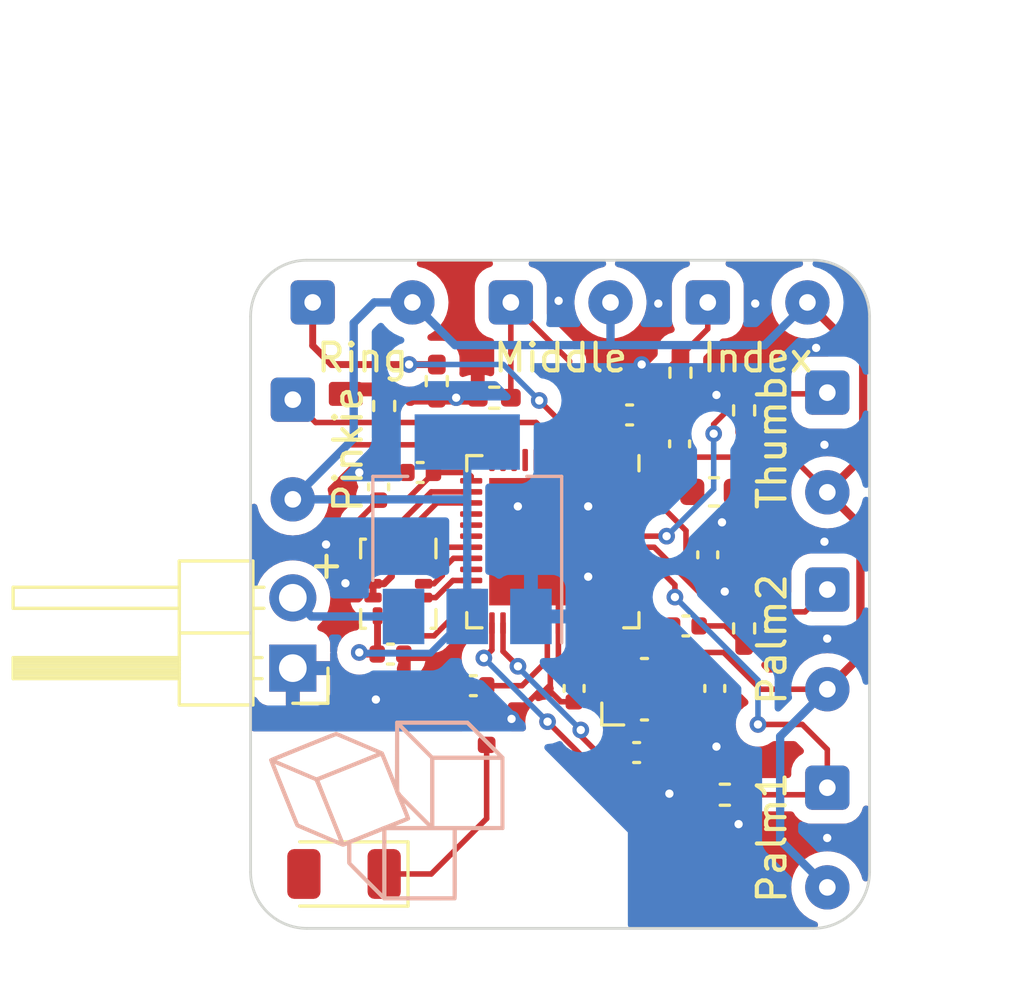
<source format=kicad_pcb>
(kicad_pcb (version 20221018) (generator pcbnew)
  (layers (0 "F.Cu" signal) (31 "B.Cu" signal) (34 "B.Paste" user) (35 "F.Paste" user) (36 "B.SilkS" user "B.Silkscreen") (37 "F.SilkS" user "F.Silkscreen") (38 "B.Mask" user) (39 "F.Mask" user) (44 "Edge.Cuts" user))
  (net 0 "")
  (net 1 "Net-(AE1-FEED)")
  (net 3 "GND")
  (net 4 "Net-(U1-DEC4)")
  (net 5 "Net-(U1-DEC3)")
  (net 6 "Net-(U1-DEC1)")
  (net 7 "Net-(U1-ANT)")
  (net 8 "Net-(U1-XC1)")
  (net 9 "Net-(U1-XC2)")
  (net 10 "Net-(J1-Pin_1)")
  (net 11 "Net-(J2-Pin_1)")
  (net 12 "Net-(J3-Pin_1)")
  (net 13 "Net-(J4-Pin_1)")
  (net 14 "Net-(J5-Pin_1)")
  (net 15 "Net-(J6-Pin_1)")
  (net 16 "Net-(J7-Pin_1)")
  (net 17 "Net-(J8-Pin_1)")
  (net 18 "Net-(J9-Pin_1)")
  (net 19 "Net-(L1-Pad1)")
  (net 20 "Net-(U1-DCC)")
  (net 28 "Net-(U1-P0.11)")
  (net 29 "Net-(U1-P0.12)")
  (net 30 "Net-(U1-P0.16)")
  (net 44 "+3V3")
  (net 47 "Net-(U1-P0.17)")
  (net 48 "Net-(U1-P0.19)")
  (net 50 "Net-(U1-P0.20)")
  (net 51 "Net-(J10-Pin_2)")
  (footprint "Resistor_SMD:R_0402_1005Metric_Pad0.72x0.64mm_HandSolder" (layer "F.Cu") (at 130.3 74.0975 90)
    (fp_text reference "R4")
    (fp_text value "10k")
    (pad "1" smd roundrect (at -0.5975 0 90) (size 0.715 0.64) (layers "F.Cu" "F.Paste" "F.Mask") (net 13 "Net-(J4-Pin_1)"))
    (pad "2" smd roundrect (at 0.5975 0 90) (size 0.715 0.64) (layers "F.Cu" "F.Paste" "F.Mask") (net 3 "GND"))
  )
  (footprint "Capacitor_SMD:C_0402_1005Metric" (layer "F.Cu") (at 140.97 75.466 90)
    (fp_text reference "C6")
    (fp_text value "100nF")
    (pad "1" smd roundrect (at -0.48 0 90) (size 0.56 0.62) (layers "F.Cu" "F.Paste" "F.Mask") (net 44 "+3V3"))
    (pad "2" smd roundrect (at 0.48 0 90) (size 0.56 0.62) (layers "F.Cu" "F.Paste" "F.Mask") (net 3 "GND"))
  )
  (footprint "Capacitor_SMD:C_0402_1005Metric" (layer "F.Cu") (at 130.528 83.058 180)
    (fp_text reference "C10")
    (fp_text value "100nF")
    (pad "1" smd roundrect (at -0.48 0 180) (size 0.56 0.62) (layers "F.Cu" "F.Paste" "F.Mask") (net 3 "GND"))
    (pad "2" smd roundrect (at 0.48 0 180) (size 0.56 0.62) (layers "F.Cu" "F.Paste" "F.Mask") (net 44 "+3V3"))
  )
  (footprint "Capacitor_SMD:C_0402_1005Metric" (layer "F.Cu") (at 131.6 76.5)
    (fp_text reference "C1")
    (fp_text value "100nF")
    (pad "1" smd roundrect (at -0.48 0) (size 0.56 0.62) (layers "F.Cu" "F.Paste" "F.Mask") (net 3 "GND"))
    (pad "2" smd roundrect (at 0.48 0) (size 0.56 0.62) (layers "F.Cu" "F.Paste" "F.Mask") (net 44 "+3V3"))
  )
  (footprint "Package_LGA:LGA-14_3x2.5mm_P0.5mm_LayoutBorder3x4y" (layer "F.Cu") (at 130.81 80.518 -90)
    (fp_text reference "U2")
    (fp_text value "LSM6DSR")
    (pad "1" smd roundrect (at -1.1625 -0.75 270) (size 0.625 0.35) (layers "F.Cu" "F.Paste" "F.Mask") (net 29 "Net-(U1-P0.12)"))
    (pad "2" smd roundrect (at -1.1625 -0.25 270) (size 0.625 0.35) (layers "F.Cu" "F.Paste" "F.Mask") (net 3 "GND"))
    (pad "3" smd roundrect (at -1.1625 0.25 270) (size 0.625 0.35) (layers "F.Cu" "F.Paste" "F.Mask") (net 3 "GND"))
    (pad "4" smd roundrect (at -1.1625 0.75 270) (size 0.625 0.35) (layers "F.Cu" "F.Paste" "F.Mask") (net 28 "Net-(U1-P0.11)"))
    (pad "5" smd roundrect (at -0.5 0.9125 270) (size 0.35 0.625) (layers "F.Cu" "F.Paste" "F.Mask") (net 44 "+3V3"))
    (pad "6" smd roundrect (at 0 0.9125 270) (size 0.35 0.625) (layers "F.Cu" "F.Paste" "F.Mask") (net 3 "GND"))
    (pad "7" smd roundrect (at 0.5 0.9125 270) (size 0.35 0.625) (layers "F.Cu" "F.Paste" "F.Mask") (net 3 "GND"))
    (pad "8" smd roundrect (at 1.1625 0.75 270) (size 0.625 0.35) (layers "F.Cu" "F.Paste" "F.Mask") (net 44 "+3V3"))
    (pad "9" smd roundrect (at 1.1625 0.25 270) (size 0.625 0.35) (layers "F.Cu" "F.Paste" "F.Mask") (net 50 "Net-(U1-P0.20)"))
    (pad "10" smd roundrect (at 1.1625 -0.25 270) (size 0.625 0.35) (layers "F.Cu" "F.Paste" "F.Mask"))
    (pad "11" smd roundrect (at 1.1625 -0.75 270) (size 0.625 0.35) (layers "F.Cu" "F.Paste" "F.Mask"))
    (pad "12" smd roundrect (at 0.5 -0.9125 270) (size 0.35 0.625) (layers "F.Cu" "F.Paste" "F.Mask") (net 48 "Net-(U1-P0.19)"))
    (pad "13" smd roundrect (at 0 -0.9125 270) (size 0.35 0.625) (layers "F.Cu" "F.Paste" "F.Mask") (net 47 "Net-(U1-P0.17)"))
    (pad "14" smd roundrect (at -0.5 -0.9125 270) (size 0.35 0.625) (layers "F.Cu" "F.Paste" "F.Mask") (net 30 "Net-(U1-P0.16)"))
  )
  (footprint "Connector_Wire:SolderWire-0.1sqmm_1x02_P3.6mm_D0.4mm_OD1mm" (layer "F.Cu") (at 146.304 80.728 -90)
    (fp_text reference "J9")
    (fp_text value "Palm2" (at 1.8 2 90) (layer "F.SilkS"))
    (pad "1" thru_hole roundrect (at 0 0 270) (size 1.6 1.6) (drill 0.6) (layers "*.Cu" "*.Mask") (roundrect_rratio 0.15625) (net 18 "Net-(J9-Pin_1)"))
    (pad "2" thru_hole circle (at 3.6 0 270) (size 1.6 1.6) (drill 0.6) (layers "*.Cu" "*.Mask") (net 44 "+3V3"))
  )
  (footprint "Resistor_SMD:R_0402_1005Metric_Pad0.72x0.64mm_HandSolder" (layer "F.Cu") (at 143.3 74.2575 -90)
    (fp_text reference "R5")
    (fp_text value "10k")
    (pad "1" smd roundrect (at -0.5975 0 270) (size 0.715 0.64) (layers "F.Cu" "F.Paste" "F.Mask") (net 14 "Net-(J5-Pin_1)"))
    (pad "2" smd roundrect (at 0.5975 0 270) (size 0.715 0.64) (layers "F.Cu" "F.Paste" "F.Mask") (net 3 "GND"))
  )
  (footprint "Resistor_SMD:R_0402_1005Metric_Pad0.72x0.64mm_HandSolder" (layer "F.Cu") (at 143.3 82.1315 -90)
    (fp_text reference "R6")
    (fp_text value "10k")
    (pad "1" smd roundrect (at -0.5975 0 270) (size 0.715 0.64) (layers "F.Cu" "F.Paste" "F.Mask") (net 18 "Net-(J9-Pin_1)"))
    (pad "2" smd roundrect (at 0.5975 0 270) (size 0.715 0.64) (layers "F.Cu" "F.Paste" "F.Mask") (net 3 "GND"))
  )
  (footprint "Capacitor_SMD:C_0402_1005Metric" (layer "F.Cu") (at 141.986 79.474 -90)
    (fp_text reference "C2")
    (fp_text value "1uF")
    (pad "1" smd roundrect (at -0.48 0 270) (size 0.56 0.62) (layers "F.Cu" "F.Paste" "F.Mask") (net 3 "GND"))
    (pad "2" smd roundrect (at 0.48 0 270) (size 0.56 0.62) (layers "F.Cu" "F.Paste" "F.Mask") (net 4 "Net-(U1-DEC4)"))
  )
  (footprint "Inductor_SMD:L_0402_1005Metric" (layer "F.Cu") (at 134 85.852 90)
    (fp_text reference "L3")
    (fp_text value "3.9nH")
    (pad "1" smd roundrect (at -0.485 0 90) (size 0.59 0.64) (layers "F.Cu" "F.Paste" "F.Mask") (net 1 "Net-(AE1-FEED)"))
    (pad "2" smd roundrect (at 0.485 0 90) (size 0.59 0.64) (layers "F.Cu" "F.Paste" "F.Mask") (net 7 "Net-(U1-ANT)"))
  )
  (footprint "Connector_Wire:SolderWire-0.1sqmm_1x02_P3.6mm_D0.4mm_OD1mm" (layer "F.Cu") (at 134.874 70.358)
    (fp_text reference "J2")
    (fp_text value "Middle" (at 1.8 2) (layer "F.SilkS"))
    (pad "1" thru_hole roundrect (at 0 0) (size 1.6 1.6) (drill 0.6) (layers "*.Cu" "*.Mask") (roundrect_rratio 0.15625) (net 11 "Net-(J2-Pin_1)"))
    (pad "2" thru_hole circle (at 3.6 0) (size 1.6 1.6) (drill 0.6) (layers "*.Cu" "*.Mask") (net 44 "+3V3"))
  )
  (footprint "Capacitor_SMD:C_0402_1005Metric" (layer "F.Cu") (at 141.196 82.042)
    (fp_text reference "C5")
    (fp_text value "4.7uF")
    (pad "1" smd roundrect (at -0.48 0) (size 0.56 0.62) (layers "F.Cu" "F.Paste" "F.Mask") (net 44 "+3V3"))
    (pad "2" smd roundrect (at 0.48 0) (size 0.56 0.62) (layers "F.Cu" "F.Paste" "F.Mask") (net 3 "GND"))
  )
  (footprint "Crystal:Crystal_SMD_Abracon_ABM10-4Pin_2.5x2.0mm" (layer "F.Cu") (at 139.7 84.328 90)
    (fp_text reference "Y1")
    (fp_text value "ABM11-32.000MHZ-D2X-T3")
    (pad "1" smd rect (at -0.625 -0.825 90) (size 0.8 0.9) (layers "F.Cu" "F.Paste" "F.Mask") (net 8 "Net-(U1-XC1)"))
    (pad "2" smd rect (at -0.625 0.825 90) (size 0.8 0.9) (layers "F.Cu" "F.Paste" "F.Mask") (net 3 "GND"))
    (pad "3" smd rect (at 0.625 0.825 90) (size 0.8 0.9) (layers "F.Cu" "F.Paste" "F.Mask") (net 9 "Net-(U1-XC2)"))
    (pad "4" smd rect (at 0.625 -0.825 90) (size 0.8 0.9) (layers "F.Cu" "F.Paste" "F.Mask") (net 3 "GND"))
  )
  (footprint "Connector_Wire:SolderWire-0.1sqmm_1x02_P3.6mm_D0.4mm_OD1mm" (layer "F.Cu") (at 146.304 87.884 -90)
    (fp_text reference "J8")
    (fp_text value "Palm1" (at 1.8 2 90) (layer "F.SilkS"))
    (pad "1" thru_hole roundrect (at 0 0 270) (size 1.6 1.6) (drill 0.6) (layers "*.Cu" "*.Mask") (roundrect_rratio 0.15625) (net 17 "Net-(J8-Pin_1)"))
    (pad "2" thru_hole circle (at 3.6 0 270) (size 1.6 1.6) (drill 0.6) (layers "*.Cu" "*.Mask") (net 44 "+3V3"))
  )
  (footprint "Resistor_SMD:R_0402_1005Metric_Pad0.72x0.64mm_HandSolder" (layer "F.Cu") (at 134.2765 73.8 180)
    (fp_text reference "R2")
    (fp_text value "10k")
    (pad "1" smd roundrect (at -0.5975 0 180) (size 0.715 0.64) (layers "F.Cu" "F.Paste" "F.Mask") (net 11 "Net-(J2-Pin_1)"))
    (pad "2" smd roundrect (at 0.5975 0 180) (size 0.715 0.64) (layers "F.Cu" "F.Paste" "F.Mask") (net 3 "GND"))
  )
  (footprint "Capacitor_SMD:C_0402_1005Metric" (layer "F.Cu") (at 137.16 84.3 -90)
    (fp_text reference "C3")
    (fp_text value "100pF")
    (pad "1" smd roundrect (at -0.48 0 270) (size 0.56 0.62) (layers "F.Cu" "F.Paste" "F.Mask") (net 5 "Net-(U1-DEC3)"))
    (pad "2" smd roundrect (at 0.48 0 270) (size 0.56 0.62) (layers "F.Cu" "F.Paste" "F.Mask") (net 3 "GND"))
  )
  (footprint "Connector_Wire:SolderWire-0.1sqmm_1x02_P3.6mm_D0.4mm_OD1mm" (layer "F.Cu") (at 141.986 70.358)
    (fp_text reference "J1")
    (fp_text value "Index" (at 1.8 2) (layer "F.SilkS"))
    (pad "1" thru_hole roundrect (at 0 0) (size 1.6 1.6) (drill 0.6) (layers "*.Cu" "*.Mask") (roundrect_rratio 0.15625) (net 10 "Net-(J1-Pin_1)"))
    (pad "2" thru_hole circle (at 3.6 0) (size 1.6 1.6) (drill 0.6) (layers "*.Cu" "*.Mask") (net 44 "+3V3"))
  )
  (footprint "Capacitor_SMD:C_0402_1005Metric" (layer "F.Cu") (at 139.418 86.614)
    (fp_text reference "C8")
    (fp_text value "10pF")
    (pad "1" smd roundrect (at -0.48 0) (size 0.56 0.62) (layers "F.Cu" "F.Paste" "F.Mask") (net 8 "Net-(U1-XC1)"))
    (pad "2" smd roundrect (at 0.48 0) (size 0.56 0.62) (layers "F.Cu" "F.Paste" "F.Mask") (net 3 "GND"))
  )
  (footprint "RF_Antenna:Johanson_2450AT18x100" (layer "F.Cu") (at 128.85 91 180)
    (fp_text reference "AE1")
    (fp_text value "245DAT1BA100")
    (pad "1" smd roundrect (at -1.45 0 180) (size 1.2 1.8) (layers "F.Cu" "F.Paste" "F.Mask") (roundrect_rratio 0.2083333333) (net 1 "Net-(AE1-FEED)"))
    (pad "2" smd roundrect (at 1.45 0 180) (size 1.2 1.8) (layers "F.Cu" "F.Paste" "F.Mask") (roundrect_rratio 0.2083333333))
  )
  (footprint "Inductor_SMD:L_0402_1005Metric" (layer "F.Cu") (at 143.256 79.479 90)
    (fp_text reference "L2")
    (fp_text value "15nH")
    (pad "1" smd roundrect (at -0.485 0 90) (size 0.59 0.64) (layers "F.Cu" "F.Paste" "F.Mask") (net 4 "Net-(U1-DEC4)"))
    (pad "2" smd roundrect (at 0.485 0 90) (size 0.59 0.64) (layers "F.Cu" "F.Paste" "F.Mask") (net 19 "Net-(L1-Pad1)"))
  )
  (footprint "Connector_Wire:SolderWirePad_1x01_SMD_1x2mm" (layer "F.Cu") (at 142.6 91.3 180)
    (fp_text reference "J7")
    (fp_text value "SWDIO_Conn")
    (pad "1" smd roundrect (at 0 0 180) (size 1 2) (layers "F.Cu" "F.Paste" "F.Mask") (net 16 "Net-(J7-Pin_1)"))
  )
  (footprint "Connector_PinHeader_2.54mm:PinHeader_1x02_P2.54mm_Horizontal" (layer "F.Cu") (at 127 83.566 180)
    (fp_text reference "J10")
    (fp_text value "Conn_01x02")
    (pad "1" thru_hole rect (at 0 0 180) (size 1.7 1.7) (drill 1) (layers "*.Cu" "*.Mask") (net 3 "GND"))
    (pad "2" thru_hole oval (at 0 2.54 180) (size 1.7 1.7) (drill 1) (layers "*.Cu" "*.Mask") (net 51 "Net-(J10-Pin_2)"))
  )
  (footprint "Capacitor_SMD:C_0402_1005Metric" (layer "F.Cu") (at 139.164 74.422)
    (fp_text reference "C4")
    (fp_text value "100nF")
    (pad "1" smd roundrect (at -0.48 0) (size 0.56 0.62) (layers "F.Cu" "F.Paste" "F.Mask") (net 6 "Net-(U1-DEC1)"))
    (pad "2" smd roundrect (at 0.48 0) (size 0.56 0.62) (layers "F.Cu" "F.Paste" "F.Mask") (net 3 "GND"))
  )
  (footprint "Resistor_SMD:R_0402_1005Metric_Pad0.72x0.64mm_HandSolder" (layer "F.Cu") (at 141 72.8975 -90)
    (fp_text reference "R1")
    (fp_text value "10k")
    (pad "1" smd roundrect (at -0.5975 0 270) (size 0.715 0.64) (layers "F.Cu" "F.Paste" "F.Mask") (net 10 "Net-(J1-Pin_1)"))
    (pad "2" smd roundrect (at 0.5975 0 270) (size 0.715 0.64) (layers "F.Cu" "F.Paste" "F.Mask") (net 3 "GND"))
  )
  (footprint "Connector_Wire:SolderWire-0.1sqmm_1x02_P3.6mm_D0.4mm_OD1mm" (layer "F.Cu") (at 127 73.87 -90)
    (fp_text reference "J4")
    (fp_text value "Pinkie" (at 1.8 -2 90) (layer "F.SilkS"))
    (pad "1" thru_hole roundrect (at 0 0 270) (size 1.6 1.6) (drill 0.6) (layers "*.Cu" "*.Mask") (roundrect_rratio 0.15625) (net 13 "Net-(J4-Pin_1)"))
    (pad "2" thru_hole circle (at 3.6 0 270) (size 1.6 1.6) (drill 0.6) (layers "*.Cu" "*.Mask") (net 44 "+3V3"))
  )
  (footprint "Connector_Wire:SolderWirePad_1x01_SMD_1x2mm" (layer "F.Cu") (at 140.9 91.3 180)
    (fp_text reference "J6")
    (fp_text value "SWDCLK_Conn")
    (pad "1" smd roundrect (at 0 0 180) (size 1 2) (layers "F.Cu" "F.Paste" "F.Mask") (net 15 "Net-(J6-Pin_1)"))
  )
  (footprint "Capacitor_SMD:C_0402_1005Metric" (layer "F.Cu") (at 133.52 84.2 180)
    (fp_text reference "C7")
    (fp_text value "0.8pF")
    (pad "1" smd roundrect (at -0.48 0 180) (size 0.56 0.62) (layers "F.Cu" "F.Paste" "F.Mask") (net 7 "Net-(U1-ANT)"))
    (pad "2" smd roundrect (at 0.48 0 180) (size 0.56 0.62) (layers "F.Cu" "F.Paste" "F.Mask") (net 3 "GND"))
  )
  (footprint "Capacitor_SMD:C_0402_1005Metric" (layer "F.Cu") (at 130.1 77.02 90)
    (fp_text reference "C11")
    (fp_text value "100nF")
    (pad "1" smd roundrect (at -0.48 0 90) (size 0.56 0.62) (layers "F.Cu" "F.Paste" "F.Mask") (net 44 "+3V3"))
    (pad "2" smd roundrect (at 0.48 0 90) (size 0.56 0.62) (layers "F.Cu" "F.Paste" "F.Mask") (net 3 "GND"))
  )
  (footprint "Resistor_SMD:R_0402_1005Metric_Pad0.72x0.64mm_HandSolder" (layer "F.Cu") (at 132.2 73.2 -90)
    (fp_text reference "R3")
    (fp_text value "10k")
    (pad "1" smd roundrect (at -0.5975 0 270) (size 0.715 0.64) (layers "F.Cu" "F.Paste" "F.Mask") (net 12 "Net-(J3-Pin_1)"))
    (pad "2" smd roundrect (at 0.5975 0 270) (size 0.715 0.64) (layers "F.Cu" "F.Paste" "F.Mask") (net 3 "GND"))
  )
  (footprint "Connector_Wire:SolderWire-0.1sqmm_1x02_P3.6mm_D0.4mm_OD1mm" (layer "F.Cu") (at 146.304 73.616 -90)
    (fp_text reference "J5")
    (fp_text value "Thumb" (at 1.8 2 90) (layer "F.SilkS"))
    (pad "1" thru_hole roundrect (at 0 0 270) (size 1.6 1.6) (drill 0.6) (layers "*.Cu" "*.Mask") (roundrect_rratio 0.15625) (net 14 "Net-(J5-Pin_1)"))
    (pad "2" thru_hole circle (at 3.6 0 270) (size 1.6 1.6) (drill 0.6) (layers "*.Cu" "*.Mask") (net 44 "+3V3"))
  )
  (footprint "Connector_Wire:SolderWire-0.1sqmm_1x02_P3.6mm_D0.4mm_OD1mm" (layer "F.Cu") (at 127.718 70.358)
    (fp_text reference "J3")
    (fp_text value "Ring" (at 1.8 2) (layer "F.SilkS"))
    (pad "1" thru_hole roundrect (at 0 0) (size 1.6 1.6) (drill 0.6) (layers "*.Cu" "*.Mask") (roundrect_rratio 0.15625) (net 12 "Net-(J3-Pin_1)"))
    (pad "2" thru_hole circle (at 3.6 0) (size 1.6 1.6) (drill 0.6) (layers "*.Cu" "*.Mask") (net 44 "+3V3"))
  )
  (footprint "Package_DFN_QFN:QFN-48-1EP_6x6mm_P0.4mm_EP4.6x4.6mm" (layer "F.Cu") (at 136.392 79 -90)
    (fp_text reference "U1")
    (fp_text value "nRF52832-QFxx")
    (pad "1" smd roundrect (at -2.95 -2.2 270) (size 0.8 0.2) (layers "F.Cu" "F.Paste" "F.Mask") (net 6 "Net-(U1-DEC1)"))
    (pad "2" smd roundrect (at -2.95 -1.8 270) (size 0.8 0.2) (layers "F.Cu" "F.Paste" "F.Mask"))
    (pad "3" smd roundrect (at -2.95 -1.4 270) (size 0.8 0.2) (layers "F.Cu" "F.Paste" "F.Mask"))
    (pad "4" smd roundrect (at -2.95 -1 270) (size 0.8 0.2) (layers "F.Cu" "F.Paste" "F.Mask") (net 10 "Net-(J1-Pin_1)"))
    (pad "5" smd roundrect (at -2.95 -0.6 270) (size 0.8 0.2) (layers "F.Cu" "F.Paste" "F.Mask") (net 11 "Net-(J2-Pin_1)"))
    (pad "6" smd roundrect (at -2.95 -0.2 270) (size 0.8 0.2) (layers "F.Cu" "F.Paste" "F.Mask") (net 12 "Net-(J3-Pin_1)"))
    (pad "7" smd roundrect (at -2.95 0.2 270) (size 0.8 0.2) (layers "F.Cu" "F.Paste" "F.Mask") (net 13 "Net-(J4-Pin_1)"))
    (pad "8" smd roundrect (at -2.95 0.6 270) (size 0.8 0.2) (layers "F.Cu" "F.Paste" "F.Mask"))
    (pad "9" smd roundrect (at -2.95 1 270) (size 0.8 0.2) (layers "F.Cu" "F.Paste" "F.Mask"))
    (pad "10" smd roundrect (at -2.95 1.4 270) (size 0.8 0.2) (layers "F.Cu" "F.Paste" "F.Mask"))
    (pad "11" smd roundrect (at -2.95 1.8 270) (size 0.8 0.2) (layers "F.Cu" "F.Paste" "F.Mask"))
    (pad "12" smd roundrect (at -2.95 2.2 270) (size 0.8 0.2) (layers "F.Cu" "F.Paste" "F.Mask"))
    (pad "13" smd roundrect (at -2.2 2.95 270) (size 0.2 0.8) (layers "F.Cu" "F.Paste" "F.Mask") (net 44 "+3V3"))
    (pad "14" smd roundrect (at -1.8 2.95 270) (size 0.2 0.8) (layers "F.Cu" "F.Paste" "F.Mask") (net 28 "Net-(U1-P0.11)"))
    (pad "15" smd roundrect (at -1.4 2.95 270) (size 0.2 0.8) (layers "F.Cu" "F.Paste" "F.Mask") (net 29 "Net-(U1-P0.12)"))
    (pad "16" smd roundrect (at -1 2.95 270) (size 0.2 0.8) (layers "F.Cu" "F.Paste" "F.Mask"))
    (pad "17" smd roundrect (at -0.6 2.95 270) (size 0.2 0.8) (layers "F.Cu" "F.Paste" "F.Mask"))
    (pad "18" smd roundrect (at -0.2 2.95 270) (size 0.2 0.8) (layers "F.Cu" "F.Paste" "F.Mask"))
    (pad "19" smd roundrect (at 0.2 2.95 270) (size 0.2 0.8) (layers "F.Cu" "F.Paste" "F.Mask") (net 30 "Net-(U1-P0.16)"))
    (pad "20" smd roundrect (at 0.6 2.95 270) (size 0.2 0.8) (layers "F.Cu" "F.Paste" "F.Mask") (net 47 "Net-(U1-P0.17)"))
    (pad "21" smd roundrect (at 1 2.95 270) (size 0.2 0.8) (layers "F.Cu" "F.Paste" "F.Mask"))
    (pad "22" smd roundrect (at 1.4 2.95 270) (size 0.2 0.8) (layers "F.Cu" "F.Paste" "F.Mask") (net 48 "Net-(U1-P0.19)"))
    (pad "23" smd roundrect (at 1.8 2.95 270) (size 0.2 0.8) (layers "F.Cu" "F.Paste" "F.Mask") (net 50 "Net-(U1-P0.20)"))
    (pad "24" smd roundrect (at 2.2 2.95 270) (size 0.2 0.8) (layers "F.Cu" "F.Paste" "F.Mask"))
    (pad "25" smd roundrect (at 2.95 2.2 270) (size 0.8 0.2) (layers "F.Cu" "F.Paste" "F.Mask") (net 15 "Net-(J6-Pin_1)"))
    (pad "26" smd roundrect (at 2.95 1.8 270) (size 0.8 0.2) (layers "F.Cu" "F.Paste" "F.Mask") (net 16 "Net-(J7-Pin_1)"))
    (pad "27" smd roundrect (at 2.95 1.4 270) (size 0.8 0.2) (layers "F.Cu" "F.Paste" "F.Mask"))
    (pad "28" smd roundrect (at 2.95 1 270) (size 0.8 0.2) (layers "F.Cu" "F.Paste" "F.Mask"))
    (pad "29" smd roundrect (at 2.95 0.6 270) (size 0.8 0.2) (layers "F.Cu" "F.Paste" "F.Mask"))
    (pad "30" smd roundrect (at 2.95 0.2 270) (size 0.8 0.2) (layers "F.Cu" "F.Paste" "F.Mask") (net 7 "Net-(U1-ANT)"))
    (pad "31" smd roundrect (at 2.95 -0.2 270) (size 0.8 0.2) (layers "F.Cu" "F.Paste" "F.Mask") (net 3 "GND"))
    (pad "32" smd roundrect (at 2.95 -0.6 270) (size 0.8 0.2) (layers "F.Cu" "F.Paste" "F.Mask"))
    (pad "33" smd roundrect (at 2.95 -1 270) (size 0.8 0.2) (layers "F.Cu" "F.Paste" "F.Mask") (net 5 "Net-(U1-DEC3)"))
    (pad "34" smd roundrect (at 2.95 -1.4 270) (size 0.8 0.2) (layers "F.Cu" "F.Paste" "F.Mask") (net 8 "Net-(U1-XC1)"))
    (pad "35" smd roundrect (at 2.95 -1.8 270) (size 0.8 0.2) (layers "F.Cu" "F.Paste" "F.Mask") (net 9 "Net-(U1-XC2)"))
    (pad "36" smd roundrect (at 2.95 -2.2 270) (size 0.8 0.2) (layers "F.Cu" "F.Paste" "F.Mask") (net 44 "+3V3"))
    (pad "37" smd roundrect (at 2.2 -2.95 270) (size 0.2 0.8) (layers "F.Cu" "F.Paste" "F.Mask"))
    (pad "38" smd roundrect (at 1.8 -2.95 270) (size 0.2 0.8) (layers "F.Cu" "F.Paste" "F.Mask"))
    (pad "39" smd roundrect (at 1.4 -2.95 270) (size 0.2 0.8) (layers "F.Cu" "F.Paste" "F.Mask"))
    (pad "40" smd roundrect (at 1 -2.95 270) (size 0.2 0.8) (layers "F.Cu" "F.Paste" "F.Mask"))
    (pad "41" smd roundrect (at 0.6 -2.95 270) (size 0.2 0.8) (layers "F.Cu" "F.Paste" "F.Mask") (net 17 "Net-(J8-Pin_1)"))
    (pad "42" smd roundrect (at 0.2 -2.95 270) (size 0.2 0.8) (layers "F.Cu" "F.Paste" "F.Mask") (net 18 "Net-(J9-Pin_1)"))
    (pad "43" smd roundrect (at -0.2 -2.95 270) (size 0.2 0.8) (layers "F.Cu" "F.Paste" "F.Mask") (net 14 "Net-(J5-Pin_1)"))
    (pad "44" smd roundrect (at -0.6 -2.95 270) (size 0.2 0.8) (layers "F.Cu" "F.Paste" "F.Mask"))
    (pad "45" smd roundrect (at -1 -2.95 270) (size 0.2 0.8) (layers "F.Cu" "F.Paste" "F.Mask") (net 3 "GND"))
    (pad "46" smd roundrect (at -1.4 -2.95 270) (size 0.2 0.8) (layers "F.Cu" "F.Paste" "F.Mask") (net 4 "Net-(U1-DEC4)"))
    (pad "47" smd roundrect (at -1.8 -2.95 270) (size 0.2 0.8) (layers "F.Cu" "F.Paste" "F.Mask") (net 20 "Net-(U1-DCC)"))
    (pad "48" smd roundrect (at -2.2 -2.95 270) (size 0.2 0.8) (layers "F.Cu" "F.Paste" "F.Mask") (net 44 "+3V3"))
    (pad "49" smd rect (at 0 0 270) (size 4.6 4.6) (layers "F.Cu" "F.Mask") (net 3 "GND"))
  )
  (footprint "Resistor_SMD:R_0402_1005Metric_Pad0.72x0.64mm_HandSolder" (layer "F.Cu") (at 142.6025 88.138 180)
    (fp_text reference "R7")
    (fp_text value "10k")
    (pad "1" smd roundrect (at -0.5975 0 180) (size 0.715 0.64) (layers "F.Cu" "F.Paste" "F.Mask") (net 17 "Net-(J8-Pin_1)"))
    (pad "2" smd roundrect (at 0.5975 0 180) (size 0.715 0.64) (layers "F.Cu" "F.Paste" "F.Mask") (net 3 "GND"))
  )
  (footprint "Capacitor_SMD:C_0402_1005Metric" (layer "F.Cu") (at 142.24 84.3 -90)
    (fp_text reference "C9")
    (fp_text value "10pF")
    (pad "1" smd roundrect (at -0.48 0 270) (size 0.56 0.62) (layers "F.Cu" "F.Paste" "F.Mask") (net 9 "Net-(U1-XC2)"))
    (pad "2" smd roundrect (at 0.48 0 270) (size 0.56 0.62) (layers "F.Cu" "F.Paste" "F.Mask") (net 3 "GND"))
  )
  (footprint "Inductor_SMD:L_0603_1608Metric" (layer "F.Cu") (at 142.2125 77.2 180)
    (fp_text reference "L1")
    (fp_text value "10uH")
    (pad "1" smd roundrect (at -0.7875 0 180) (size 0.875 0.95) (layers "F.Cu" "F.Paste" "F.Mask") (net 19 "Net-(L1-Pad1)"))
    (pad "2" smd roundrect (at 0.7875 0 180) (size 0.875 0.95) (layers "F.Cu" "F.Paste" "F.Mask") (net 20 "Net-(U1-DCC)"))
  )
  (footprint "Package_TO_SOT_SMD:SOT-223-3_TabPin2" (layer "B.Cu") (at 133.3 78.55 90)
    (fp_text reference "U3")
    (fp_text value "LD1117S33TR_SOT223")
    (pad "1" smd rect (at -3.15 2.3 90) (size 2 1.5) (layers "B.Cu" "B.Paste" "B.Mask") (net 3 "GND"))
    (pad "2" smd rect (at -3.15 0 90) (size 2 1.5) (layers "B.Cu" "B.Paste" "B.Mask") (net 44 "+3V3"))
    (pad "2" smd rect (at 3.15 0 90) (size 2 3.8) (layers "B.Cu" "B.Paste" "B.Mask") (net 44 "+3V3"))
    (pad "3" smd rect (at -3.15 -2.3 90) (size 2 1.5) (layers "B.Cu" "B.Paste" "B.Mask") (net 51 "Net-(J10-Pin_2)"))
  )
  (footprint "pressure:Blocks" (layer "B.Cu") (at 130.65 88.17 180)
    (fp_text reference "G***" hide)
    (fp_text value "LOGO" hide)
  )
  (gr_arc (start 127.508 92.964) (mid 126.071159 92.368841) (end 125.476 90.932) (stroke (width 0.1)) (layer "Edge.Cuts"))
  (gr_arc (start 147.828 90.932) (mid 147.232841 92.368841) (end 145.796 92.964) (stroke (width 0.1)) (layer "Edge.Cuts"))
  (gr_arc (start 145.796 68.834) (mid 147.232841 69.429159) (end 147.828 70.866) (stroke (width 0.1)) (layer "Edge.Cuts"))
  (gr_line (start 147.828 90.932) (end 147.828 70.866) (stroke (width 0.1)) (layer "Edge.Cuts"))
  (gr_line (start 145.796 68.834) (end 127.508 68.834) (stroke (width 0.1)) (layer "Edge.Cuts"))
  (gr_line (start 125.476 70.866) (end 125.476 90.932) (stroke (width 0.1)) (layer "Edge.Cuts"))
  (gr_line (start 127.508 92.964) (end 145.796 92.964) (stroke (width 0.1)) (layer "Edge.Cuts"))
  (gr_arc (start 125.476 70.866) (mid 126.071159 69.429159) (end 127.508 68.834) (stroke (width 0.1)) (layer "Edge.Cuts"))
  (gr_text "+" (at 127.5 80.4) (layer "F.SilkS") (effects (font (size 1 1)) (justify left bottom)))
  (segment (start 132 91) (end 130.3 91) (width 0.2) (layer "F.Cu") (net 1))
  (segment (start 134 86.337) (end 134 89) (width 0.2) (layer "F.Cu") (net 1))
  (segment (start 134 89) (end 132 91) (width 0.2) (layer "F.Cu") (net 1))
  (segment (start 138.975 83.703) (end 140.225 84.953) (width 0.3) (layer "F.Cu") (net 3))
  (segment (start 130.295788 80.518) (end 129.8975 80.518) (width 0.25) (layer "F.Cu") (net 3))
  (segment (start 130.56 80.253788) (end 130.295788 80.518) (width 0.25) (layer "F.Cu") (net 3))
  (segment (start 136.3 84.4) (end 136.68 84.78) (width 0.2) (layer "F.Cu") (net 3))
  (segment (start 136.592 81.95) (end 136.592 79.2) (width 0.2) (layer "F.Cu") (net 3))
  (segment (start 139.644 74.422) (end 140.406 74.422) (width 0.2) (layer "F.Cu") (net 3))
  (segment (start 142.6 80.8) (end 143.64296 80.8) (width 0.2) (layer "F.Cu") (net 3))
  (segment (start 136.68 84.78) (end 137.16 84.78) (width 0.2) (layer "F.Cu") (net 3))
  (segment (start 140.225 84.953) (end 140.525 84.953) (width 0.3) (layer "F.Cu") (net 3))
  (segment (start 140.97 74.986) (end 141.014 74.986) (width 0.2) (layer "F.Cu") (net 3))
  (segment (start 130.56 79.3555) (end 131.06 79.3555) (width 0.25) (layer "F.Cu") (net 3))
  (segment (start 136.592 83.451866) (end 136.3 83.743866) (width 0.2) (layer "F.Cu") (net 3))
  (segment (start 129.8975 80.518) (end 128.918 80.518) (width 0.25) (layer "F.Cu") (net 3))
  (segment (start 141.986 78.814) (end 142.5 78.3) (width 0.2) (layer "F.Cu") (net 3))
  (segment (start 140.406 74.422) (end 140.97 74.986) (width 0.2) (layer "F.Cu") (net 3))
  (segment (start 136.592 79.2) (end 136.392 79) (width 0.2) (layer "F.Cu") (net 3))
  (segment (start 145.44296 79) (end 146.2 79) (width 0.2) (layer "F.Cu") (net 3))
  (segment (start 142.613 82.042) (end 143.3 82.729) (width 0.2) (layer "F.Cu") (net 3))
  (segment (start 141.014 74.986) (end 142.3 73.7) (width 0.2) (layer "F.Cu") (net 3))
  (segment (start 143.64296 80.8) (end 145.44296 79) (width 0.2) (layer "F.Cu") (net 3))
  (segment (start 138.875 83.703) (end 138.975 83.703) (width 0.3) (layer "F.Cu") (net 3))
  (segment (start 141.676 82.042) (end 142.613 82.042) (width 0.2) (layer "F.Cu") (net 3))
  (segment (start 136.3 83.743866) (end 136.3 84.4) (width 0.2) (layer "F.Cu") (net 3))
  (segment (start 137.392 78) (end 136.392 79) (width 0.2) (layer "F.Cu") (net 3))
  (segment (start 136.592 81.95) (end 136.592 83.451866) (width 0.2) (layer "F.Cu") (net 3))
  (segment (start 137.668 77.724) (end 137.392 78) (width 0.2) (layer "F.Cu") (net 3))
  (segment (start 136.3 84.4) (end 135.9 84.4) (width 0.2) (layer "F.Cu") (net 3))
  (segment (start 141.986 78.994) (end 141.986 78.814) (width 0.2) (layer "F.Cu") (net 3))
  (segment (start 130.56 79.3555) (end 130.56 80.253788) (width 0.25) (layer "F.Cu") (net 3))
  (segment (start 139.342 78) (end 137.392 78) (width 0.2) (layer "F.Cu") (net 3))
  (segment (start 129.8975 81.018) (end 129.8975 80.518) (width 0.25) (layer "F.Cu") (net 3))
  (segment (start 135.9 84.4) (end 134.9 85.4) (width 0.2) (layer "F.Cu") (net 3))
  (segment (start 128.918 80.518) (end 128.9 80.5) (width 0.25) (layer "F.Cu") (net 3))
  (via (at 142.3 86.4) (size 0.6) (drill 0.3) (layers "F.Cu" "B.Cu") (net 3))
  (via (at 146.3 82.5) (size 0.6) (drill 0.3) (layers "F.Cu" "B.Cu") (net 3))
  (via (at 146.3 89.7) (size 0.6) (drill 0.3) (layers "F.Cu" "B.Cu") (net 3))
  (via (at 129.4 76.5) (size 0.6) (drill 0.3) (layers "F.Cu" "B.Cu") (net 3))
  (via (at 142.3 73.7) (size 0.6) (drill 0.3) (layers "F.Cu" "B.Cu") (net 3))
  (via (at 139.6 72.6) (size 0.6) (drill 0.3) (layers "F.Cu" "B.Cu") (net 3))
  (via (at 140.2 70.4) (size 0.6) (drill 0.3) (layers "F.Cu" "B.Cu") (net 3))
  (via (at 143.1 89.2) (size 0.6) (drill 0.3) (layers "F.Cu" "B.Cu") (net 3))
  (via (at 132.9 73.8) (size 0.6) (drill 0.3) (layers "F.Cu" "B.Cu") (net 3))
  (via (at 143.7 70.4) (size 0.6) (drill 0.3) (layers "F.Cu" "B.Cu") (net 3))
  (via (at 135.128 77.724) (size 0.6) (drill 0.3) (layers "F.Cu" "B.Cu") (net 3))
  (via (at 136.6 70.3) (size 0.6) (drill 0.3) (layers "F.Cu" "B.Cu") (net 3))
  (via (at 128.2 79.1) (size 0.6) (drill 0.3) (layers "F.Cu" "B.Cu") (net 3))
  (via (at 145.9 72) (size 0.6) (drill 0.3) (layers "F.Cu" "B.Cu") (net 3))
  (via (at 137.668 80.264) (size 0.6) (drill 0.3) (layers "F.Cu" "B.Cu") (net 3))
  (via (at 134.9 85.4) (size 0.6) (drill 0.3) (layers "F.Cu" "B.Cu") (net 3))
  (via (at 142.6 80.8) (size 0.6) (drill 0.3) (layers "F.Cu" "B.Cu") (net 3))
  (via (at 128.9 80.5) (size 0.6) (drill 0.3) (layers "F.Cu" "B.Cu") (net 3))
  (via (at 142.5 78.3) (size 0.6) (drill 0.3) (layers "F.Cu" "B.Cu") (net 3))
  (via (at 137.668 77.724) (size 0.6) (drill 0.3) (layers "F.Cu" "B.Cu") (net 3))
  (via (at 146.2 75.5) (size 0.6) (drill 0.3) (layers "F.Cu" "B.Cu") (net 3))
  (via (at 130 84.7) (size 0.6) (drill 0.3) (layers "F.Cu" "B.Cu") (net 3))
  (via (at 140.6 88.1) (size 0.6) (drill 0.3) (layers "F.Cu" "B.Cu") (net 3))
  (via (at 146.2 79) (size 0.6) (drill 0.3) (layers "F.Cu" "B.Cu") (net 3))
  (segment (start 143.256 79.964) (end 141.996 79.964) (width 0.25) (layer "F.Cu") (net 4))
  (segment (start 141.996 79.964) (end 141.986 79.954) (width 0.25) (layer "F.Cu") (net 4))
  (segment (start 141.454 79.954) (end 141.986 79.954) (width 0.2) (layer "F.Cu") (net 4))
  (segment (start 141.2 79.7) (end 141.454 79.954) (width 0.2) (layer "F.Cu") (net 4))
  (segment (start 140.2 77.6) (end 141.2 78.6) (width 0.2) (layer "F.Cu") (net 4))
  (segment (start 141.2 78.6) (end 141.2 79.7) (width 0.2) (layer "F.Cu") (net 4))
  (segment (start 139.342 77.6) (end 140.2 77.6) (width 0.2) (layer "F.Cu") (net 4))
  (segment (start 137.392 82.572) (end 137.16 82.804) (width 0.2) (layer "F.Cu") (net 5))
  (segment (start 137.16 82.804) (end 137.16 83.82) (width 0.2) (layer "F.Cu") (net 5))
  (segment (start 137.392 81.95) (end 137.392 82.572) (width 0.2) (layer "F.Cu") (net 5))
  (segment (start 138.592 76.05) (end 138.592 74.514) (width 0.2) (layer "F.Cu") (net 6))
  (segment (start 138.592 74.514) (end 138.684 74.422) (width 0.2) (layer "F.Cu") (net 6))
  (segment (start 136.192 81.95) (end 136.192 83.28618) (width 0.2) (layer "F.Cu") (net 7))
  (segment (start 136.192 83.28618) (end 135.27818 84.2) (width 0.2) (layer "F.Cu") (net 7))
  (segment (start 134 84.2) (end 134 85.367) (width 0.2) (layer "F.Cu") (net 7))
  (segment (start 135.27818 84.2) (end 134 84.2) (width 0.2) (layer "F.Cu") (net 7))
  (segment (start 137.792 84.52) (end 138.225 84.953) (width 0.2) (layer "F.Cu") (net 8))
  (segment (start 138.938 85.016) (end 138.875 84.953) (width 0.2) (layer "F.Cu") (net 8))
  (segment (start 137.792 81.95) (end 137.792 84.52) (width 0.2) (layer "F.Cu") (net 8))
  (segment (start 138.938 86.614) (end 138.938 85.016) (width 0.2) (layer "F.Cu") (net 8))
  (segment (start 138.225 84.953) (end 138.875 84.953) (width 0.2) (layer "F.Cu") (net 8))
  (segment (start 138.54964 82.804) (end 140.208 82.804) (width 0.2) (layer "F.Cu") (net 9))
  (segment (start 140.525 83.121) (end 140.525 83.703) (width 0.2) (layer "F.Cu") (net 9))
  (segment (start 138.192 82.44636) (end 138.54964 82.804) (width 0.2) (layer "F.Cu") (net 9))
  (segment (start 140.208 82.804) (end 140.525 83.121) (width 0.2) (layer "F.Cu") (net 9))
  (segment (start 138.192 81.95) (end 138.192 82.44636) (width 0.2) (layer "F.Cu") (net 9))
  (segment (start 142.24 83.82) (end 140.642 83.82) (width 0.2) (layer "F.Cu") (net 9))
  (segment (start 140.642 83.82) (end 140.525 83.703) (width 0.2) (layer "F.Cu") (net 9))
  (segment (start 141 72.3) (end 139.7 73.6) (width 0.2) (layer "F.Cu") (net 10))
  (segment (start 137.392 76.05) (end 137.392 74.408) (width 0.2) (layer "F.Cu") (net 10))
  (segment (start 141.986 71.314) (end 141 72.3) (width 0.2) (layer "F.Cu") (net 10))
  (segment (start 137.392 74.408) (end 138.2 73.6) (width 0.2) (layer "F.Cu") (net 10))
  (segment (start 141.986 70.358) (end 141.986 71.314) (width 0.2) (layer "F.Cu") (net 10))
  (segment (start 139.7 73.6) (end 138.2 73.6) (width 0.2) (layer "F.Cu") (net 10))
  (segment (start 136.992 76.05) (end 136.992 72.476) (width 0.2) (layer "F.Cu") (net 11))
  (segment (start 134.874 73.8) (end 134.874 70.358) (width 0.2) (layer "F.Cu") (net 11))
  (segment (start 136.992 72.476) (end 134.874 70.358) (width 0.2) (layer "F.Cu") (net 11))
  (segment (start 136.592 76.05) (end 136.592 74.592) (width 0.2) (layer "F.Cu") (net 12))
  (segment (start 128.4025 72.6025) (end 132.2 72.6025) (width 0.25) (layer "F.Cu") (net 12))
  (segment (start 127.718 71.918) (end 128.4025 72.6025) (width 0.25) (layer "F.Cu") (net 12))
  (segment (start 136.592 74.592) (end 135.9 73.9) (width 0.2) (layer "F.Cu") (net 12))
  (segment (start 127.718 70.358) (end 127.718 71.918) (width 0.25) (layer "F.Cu") (net 12))
  (via (at 131.2 72.6) (size 0.6) (drill 0.3) (layers "F.Cu" "B.Cu") (net 12))
  (via (at 135.9 73.9) (size 0.6) (drill 0.3) (layers "F.Cu" "B.Cu") (net 12))
  (segment (start 134.6 72.6) (end 131.2 72.6) (width 0.2) (layer "B.Cu") (net 12))
  (segment (start 135.9 73.9) (end 134.6 72.6) (width 0.2) (layer "B.Cu") (net 12))
  (segment (start 127.825 74.695) (end 127 73.87) (width 0.2) (layer "F.Cu") (net 13))
  (segment (start 135.787 74.695) (end 136.192 75.1) (width 0.2) (layer "F.Cu") (net 13))
  (segment (start 130.3 74.695) (end 135.787 74.695) (width 0.2) (layer "F.Cu") (net 13))
  (segment (start 130.3 74.695) (end 127.825 74.695) (width 0.2) (layer "F.Cu") (net 13))
  (segment (start 136.192 76.05) (end 136.192 75.1) (width 0.2) (layer "F.Cu") (net 13))
  (segment (start 143.3 73.66) (end 146.26 73.66) (width 0.2) (layer "F.Cu") (net 14))
  (segment (start 139.342 78.8) (end 140.5 78.8) (width 0.2) (layer "F.Cu") (net 14))
  (segment (start 143.3 73.66) (end 142.2 74.76) (width 0.2) (layer "F.Cu") (net 14))
  (segment (start 142.2 74.76) (end 142.2 75.1) (width 0.2) (layer "F.Cu") (net 14))
  (segment (start 146.26 73.66) (end 146.304 73.616) (width 0.2) (layer "F.Cu") (net 14))
  (via (at 142.2 75.1) (size 0.6) (drill 0.3) (layers "F.Cu" "B.Cu") (net 14))
  (via (at 140.5 78.8) (size 0.6) (drill 0.3) (layers "F.Cu" "B.Cu") (net 14))
  (segment (start 140.5 78.8) (end 142.2 77.1) (width 0.2) (layer "B.Cu") (net 14))
  (segment (start 142.2 77.1) (end 142.2 75.1) (width 0.2) (layer "B.Cu") (net 14))
  (segment (start 134.192 82.908002) (end 133.9 83.200002) (width 0.2) (layer "F.Cu") (net 15))
  (segment (start 140.9 90.2) (end 140.9 91.3) (width 0.2) (layer "F.Cu") (net 15))
  (segment (start 136.2 85.5) (end 140.9 90.2) (width 0.2) (layer "F.Cu") (net 15))
  (segment (start 134.192 81.95) (end 134.192 82.908002) (width 0.2) (layer "F.Cu") (net 15))
  (via (at 136.2 85.5) (size 0.6) (drill 0.3) (layers "F.Cu" "B.Cu") (net 15))
  (via (at 133.9 83.200002) (size 0.6) (drill 0.3) (layers "F.Cu" "B.Cu") (net 15))
  (segment (start 133.9 83.200002) (end 135.3 84.6) (width 0.2) (layer "B.Cu") (net 15))
  (segment (start 135.3 84.6) (end 136.2 85.5) (width 0.2) (layer "B.Cu") (net 15))
  (segment (start 142.6 89.8) (end 142.6 91.3) (width 0.2) (layer "F.Cu") (net 16))
  (segment (start 140.387866 89) (end 141.8 89) (width 0.2) (layer "F.Cu") (net 16))
  (segment (start 134.592 81.95) (end 134.592 82.961021) (width 0.2) (layer "F.Cu") (net 16))
  (segment (start 137.4 86.012134) (end 140.387866 89) (width 0.2) (layer "F.Cu") (net 16))
  (segment (start 137.4 85.8) (end 137.4 86.012134) (width 0.2) (layer "F.Cu") (net 16))
  (segment (start 134.592 82.961021) (end 135.13098 83.500001) (width 0.2) (layer "F.Cu") (net 16))
  (segment (start 141.8 89) (end 142.6 89.8) (width 0.2) (layer "F.Cu") (net 16))
  (via (at 137.4 85.8) (size 0.6) (drill 0.3) (layers "F.Cu" "B.Cu") (net 16))
  (via (at 135.13098 83.500001) (size 0.6) (drill 0.3) (layers "F.Cu" "B.Cu") (net 16))
  (segment (start 135.13098 83.500001) (end 135.13098 83.53098) (width 0.2) (layer "B.Cu") (net 16))
  (segment (start 135.13098 83.53098) (end 137.4 85.8) (width 0.2) (layer "B.Cu") (net 16))
  (segment (start 140.8 80.56164) (end 140.8 81) (width 0.2) (layer "F.Cu") (net 17))
  (segment (start 143.2 88.138) (end 146.05 88.138) (width 0.2) (layer "F.Cu") (net 17))
  (segment (start 145.4 85.6) (end 146.304 86.504) (width 0.2) (layer "F.Cu") (net 17))
  (segment (start 146.05 88.138) (end 146.304 87.884) (width 0.2) (layer "F.Cu") (net 17))
  (segment (start 139.83836 79.6) (end 140.8 80.56164) (width 0.2) (layer "F.Cu") (net 17))
  (segment (start 139.342 79.6) (end 139.83836 79.6) (width 0.2) (layer "F.Cu") (net 17))
  (segment (start 143.8 85.6) (end 145.4 85.6) (width 0.2) (layer "F.Cu") (net 17))
  (segment (start 146.304 86.504) (end 146.304 87.884) (width 0.2) (layer "F.Cu") (net 17))
  (via (at 140.8 81) (size 0.6) (drill 0.3) (layers "F.Cu" "B.Cu") (net 17))
  (via (at 143.8 85.6) (size 0.6) (drill 0.3) (layers "F.Cu" "B.Cu") (net 17))
  (segment (start 143.8 84) (end 143.8 85.6) (width 0.2) (layer "B.Cu") (net 17))
  (segment (start 140.8 81) (end 143.8 84) (width 0.2) (layer "B.Cu") (net 17))
  (segment (start 142.385471 81.534) (end 143.3 81.534) (width 0.2) (layer "F.Cu") (net 18))
  (segment (start 140.051471 79.2) (end 142.385471 81.534) (width 0.2) (layer "F.Cu") (net 18))
  (segment (start 139.342 79.2) (end 140.051471 79.2) (width 0.2) (layer "F.Cu") (net 18))
  (segment (start 143.3 81.534) (end 145.498 81.534) (width 0.2) (layer "F.Cu") (net 18))
  (segment (start 145.498 81.534) (end 146.304 80.728) (width 0.2) (layer "F.Cu") (net 18))
  (segment (start 143 77.9) (end 143.256 78.156) (width 0.2) (layer "F.Cu") (net 19))
  (segment (start 143 77.2) (end 143 77.9) (width 0.2) (layer "F.Cu") (net 19))
  (segment (start 143.256 78.156) (end 143.256 78.994) (width 0.2) (layer "F.Cu") (net 19))
  (segment (start 141.425 77.2) (end 139.342 77.2) (width 0.2) (layer "F.Cu") (net 20))
  (segment (start 130.4 78.4) (end 130.06 78.74) (width 0.2) (layer "F.Cu") (net 28))
  (segment (start 132 77.2) (end 130.8 78.4) (width 0.2) (layer "F.Cu") (net 28))
  (segment (start 133.442 77.2) (end 132 77.2) (width 0.2) (layer "F.Cu") (net 28))
  (segment (start 130.8 78.4) (end 130.4 78.4) (width 0.2) (layer "F.Cu") (net 28))
  (segment (start 130.06 78.74) (end 130.06 79.3555) (width 0.2) (layer "F.Cu") (net 28))
  (segment (start 131.56 78.24) (end 131.56 79.3555) (width 0.2) (layer "F.Cu") (net 29))
  (segment (start 133.442 77.6) (end 132.2 77.6) (width 0.2) (layer "F.Cu") (net 29))
  (segment (start 132.2 77.6) (end 131.56 78.24) (width 0.2) (layer "F.Cu") (net 29))
  (segment (start 132.578432 79.2) (end 131.760432 80.018) (width 0.2) (layer "F.Cu") (net 30))
  (segment (start 133.442 79.2) (end 132.578432 79.2) (width 0.2) (layer "F.Cu") (net 30))
  (segment (start 131.760432 80.018) (end 131.7225 80.018) (width 0.2) (layer "F.Cu") (net 30))
  (segment (start 140.716 82.042) (end 141.674 83) (width 0.2) (layer "F.Cu") (net 44))
  (segment (start 147.5 83.132) (end 147.5 78.412) (width 0.3) (layer "F.Cu") (net 44))
  (segment (start 129.3 79.9) (end 129.3 78.3) (width 0.2) (layer "F.Cu") (net 44))
  (segment (start 130.1 77.5) (end 131.1 77.5) (width 0.2) (layer "F.Cu") (net 44))
  (segment (start 129.418 80.018) (end 129.3 79.9) (width 0.2) (layer "F.Cu") (net 44))
  (segment (start 143.886528 84.328) (end 146.304 84.328) (width 0.2) (layer "F.Cu") (net 44))
  (segment (start 145.034 75.946) (end 146.304 77.216) (width 0.2) (layer "F.Cu") (net 44))
  (segment (start 132.1 75.9) (end 131.7 75.5) (width 0.2) (layer "F.Cu") (net 44))
  (segment (start 139.342 76.8) (end 140.116 76.8) (width 0.2) (layer "F.Cu") (net 44))
  (segment (start 131.1 77.5) (end 132.1 76.5) (width 0.2) (layer "F.Cu") (net 44))
  (segment (start 132.1 76.5) (end 132.1 75.9) (width 0.2) (layer "F.Cu") (net 44))
  (segment (start 133.442 76.642) (end 133.3 76.5) (width 0.2) (layer "F.Cu") (net 44))
  (segment (start 141.674 83) (end 142.558528 83) (width 0.2) (layer "F.Cu") (net 44))
  (segment (start 130.06 83.046) (end 130.048 83.058) (width 0.25) (layer "F.Cu") (net 44))
  (segment (start 129.458 83.058) (end 129.4 83) (width 0.25) (layer "F.Cu") (net 44))
  (segment (start 140.624 81.95) (end 140.716 82.042) (width 0.2) (layer "F.Cu") (net 44))
  (segment (start 133.442 76.8) (end 133.442 76.642) (width 0.2) (layer "F.Cu") (net 44))
  (segment (start 145.586 70.358) (end 147.6 72.372) (width 0.3) (layer "F.Cu") (net 44))
  (segment (start 140.97 75.946) (end 145.034 75.946) (width 0.2) (layer "F.Cu") (net 44))
  (segment (start 129.8975 80.018) (end 129.418 80.018) (width 0.2) (layer "F.Cu") (net 44))
  (segment (start 138.592 81.95) (end 140.624 81.95) (width 0.2) (layer "F.Cu") (net 44))
  (segment (start 147.5 78.412) (end 146.304 77.216) (width 0.3) (layer "F.Cu") (net 44))
  (segment (start 146.304 84.328) (end 147.5 83.132) (width 0.3) (layer "F.Cu") (net 44))
  (segment (start 133.3 76.5) (end 132.1 76.5) (width 0.2) (layer "F.Cu") (net 44))
  (segment (start 147.6 72.372) (end 147.6 75.92) (width 0.3) (layer "F.Cu") (net 44))
  (segment (start 142.558528 83) (end 143.886528 84.328) (width 0.2) (layer "F.Cu") (net 44))
  (segment (start 129.3 78.3) (end 130.1 77.5) (width 0.2) (layer "F.Cu") (net 44))
  (segment (start 140.116 76.8) (end 140.97 75.946) (width 0.2) (layer "F.Cu") (net 44))
  (segment (start 147.6 75.92) (end 146.304 77.216) (width 0.3) (layer "F.Cu") (net 44))
  (segment (start 130.06 81.6805) (end 130.06 83.046) (width 0.25) (layer "F.Cu") (net 44))
  (segment (start 130.048 83.058) (end 129.458 83.058) (width 0.25) (layer "F.Cu") (net 44))
  (segment (start 131.7 75.5) (end 128.97 75.5) (width 0.2) (layer "F.Cu") (net 44))
  (segment (start 128.97 75.5) (end 127 77.47) (width 0.2) (layer "F.Cu") (net 44))
  (via (at 129.4 83) (size 0.6) (drill 0.3) (layers "F.Cu" "B.Cu") (net 44))
  (segment (start 138.474 70.358) (end 138.474 71.874) (width 0.3) (layer "B.Cu") (net 44))
  (segment (start 144.6 89.78) (end 146.304 91.484) (width 0.3) (layer "B.Cu") (net 44))
  (segment (start 133.3 77.5) (end 133.3 75.4) (width 0.3) (layer "B.Cu") (net 44))
  (segment (start 138.474 71.874) (end 138.5 71.9) (width 0.3) (layer "B.Cu") (net 44))
  (segment (start 131.975 83.025) (end 133.3 81.7) (width 0.25) (layer "B.Cu") (net 44))
  (segment (start 132.86 71.9) (end 138.5 71.9) (width 0.3) (layer "B.Cu") (net 44))
  (segment (start 129.4 83) (end 129.425 83.025) (width 0.25) (layer "B.Cu") (net 44))
  (segment (start 129.2 71.1) (end 129.942 70.358) (width 0.3) (layer "B.Cu") (net 44))
  (segment (start 129.425 83.025) (end 131.975 83.025) (width 0.25) (layer "B.Cu") (net 44))
  (segment (start 129.942 70.358) (end 131.318 70.358) (width 0.3) (layer "B.Cu") (net 44))
  (segment (start 133.3 81.7) (end 133.3 77.5) (width 0.3) (layer "B.Cu") (net 44))
  (segment (start 144.6 89.78) (end 144.6 86.032) (width 0.3) (layer "B.Cu") (net 44))
  (segment (start 144.044 71.9) (end 145.586 70.358) (width 0.3) (layer "B.Cu") (net 44))
  (segment (start 127 77.47) (end 133.27 77.47) (width 0.3) (layer "B.Cu") (net 44))
  (segment (start 133.27 77.47) (end 133.3 77.5) (width 0.3) (layer "B.Cu") (net 44))
  (segment (start 138.5 71.9) (end 144.044 71.9) (width 0.3) (layer "B.Cu") (net 44))
  (segment (start 144.6 86.032) (end 146.304 84.328) (width 0.3) (layer "B.Cu") (net 44))
  (segment (start 129.2 75.27) (end 129.2 71.1) (width 0.3) (layer "B.Cu") (net 44))
  (segment (start 127 77.47) (end 129.2 75.27) (width 0.3) (layer "B.Cu") (net 44))
  (segment (start 131.318 70.358) (end 132.86 71.9) (width 0.3) (layer "B.Cu") (net 44))
  (segment (start 131.7225 80.518) (end 132.096269 80.518) (width 0.2) (layer "F.Cu") (net 47))
  (segment (start 132.8 79.6) (end 133.442 79.6) (width 0.2) (layer "F.Cu") (net 47))
  (segment (start 132.096269 80.518) (end 132.4 80.214269) (width 0.2) (layer "F.Cu") (net 47))
  (segment (start 132.4 80.214269) (end 132.4 80) (width 0.2) (layer "F.Cu") (net 47))
  (segment (start 132.4 80) (end 132.8 79.6) (width 0.2) (layer "F.Cu") (net 47))
  (segment (start 132.161955 81.018) (end 132.779955 80.4) (width 0.2) (layer "F.Cu") (net 48))
  (segment (start 132.779955 80.4) (end 133.442 80.4) (width 0.2) (layer "F.Cu") (net 48))
  (segment (start 131.7225 81.018) (end 132.161955 81.018) (width 0.2) (layer "F.Cu") (net 48))
  (segment (start 130.56 82.26) (end 130.56 81.6805) (width 0.2) (layer "F.Cu") (net 50))
  (segment (start 132.94564 80.8) (end 132.7 81.04564) (width 0.2) (layer "F.Cu") (net 50))
  (segment (start 132.1 82.4) (end 130.7 82.4) (width 0.2) (layer "F.Cu") (net 50))
  (segment (start 132.7 81.8) (end 132.1 82.4) (width 0.2) (layer "F.Cu") (net 50))
  (segment (start 130.7 82.4) (end 130.56 82.26) (width 0.2) (layer "F.Cu") (net 50))
  (segment (start 133.442 80.8) (end 132.94564 80.8) (width 0.2) (layer "F.Cu") (net 50))
  (segment (start 132.7 81.04564) (end 132.7 81.8) (width 0.2) (layer "F.Cu") (net 50))
  (segment (start 131 81.7) (end 127.674 81.7) (width 0.3) (layer "B.Cu") (net 51))
  (segment (start 127.674 81.7) (end 127 81.026) (width 0.3) (layer "B.Cu") (net 51))
  (zone (net 3) (net_name "GND") (layers "F&B.Cu") (connect_pads (clearance 0.5)) (min_thickness 0.25) (fill yes (thermal_gap 0.5) (thermal_bridge_width 0.5))
    (polygon (pts (xy 147.828 92.964) (xy 120.396 94.996) (xy 118.872 59.436) (xy 153.416 61.976)))
  )
  (zone (net 0) (net_name "") (layers "F&B.Cu" "Edge.Cuts") (name "Antenna") (connect_pads (clearance 0)) (min_thickness 0.25)
    (keepout (tracks allowed) (vias allowed) (pads allowed) (copperpour not_allowed) (footprints allowed))
    (fill (thermal_gap 0.5) (thermal_bridge_width 0.5))
    (polygon (pts (xy 125.476 92.964) (xy 139.1 92.964) (xy 139.1 89.5) (xy 135.452 85.852) (xy 125.476 85.852)))
  )
)
</source>
